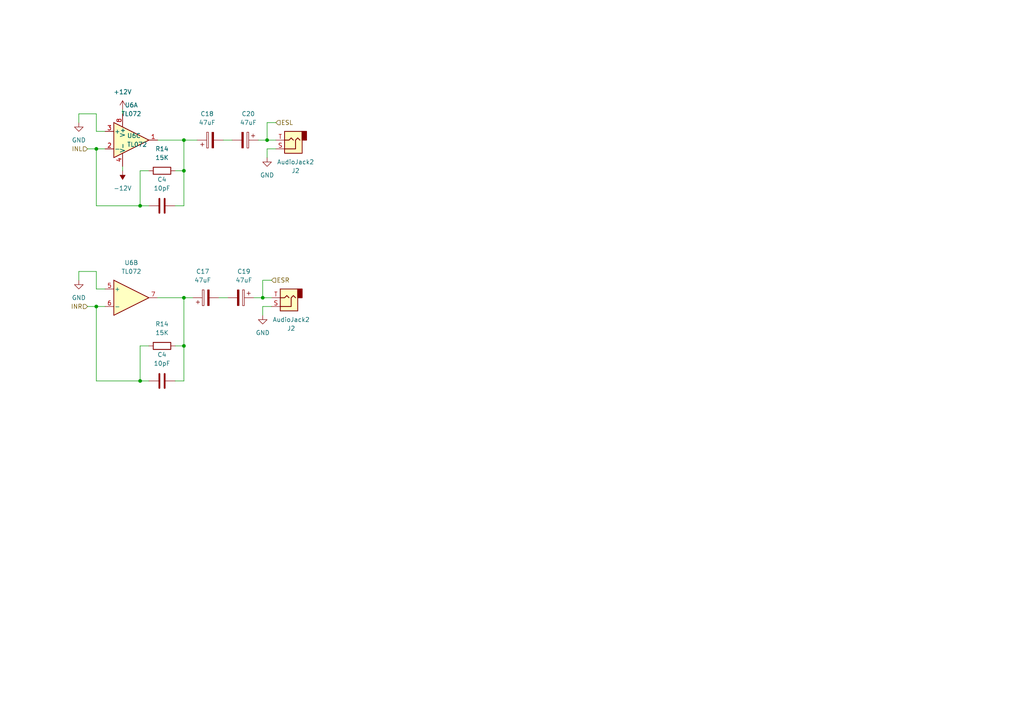
<source format=kicad_sch>
(kicad_sch (version 20230121) (generator eeschema)
  (paper "A4")
  (lib_symbols
    (symbol "Amplifier_Operational:TL072" (pin_names (offset 0.127))
      (property "Reference" "U" (at 0 5.08 0))
      (property "Value" "TL072" (at 0 -5.08 0))
      (symbol "TL072_1_1"
        (polyline (pts (xy -5.08 5.08) (xy 5.08 0) (xy -5.08 -5.08) (xy -5.08 5.08)) (stroke (width 0.254)) (fill (type background)))
        (pin output line (at 7.62 0 180) (length 2.54) (name "~") (number "1"))
        (pin input line (at -7.62 -2.54 0) (length 2.54) (name "-") (number "2"))
        (pin input line (at -7.62 2.54 0) (length 2.54) (name "+") (number "3"))
      )
      (symbol "TL072_2_1"
        (polyline (pts (xy -5.08 5.08) (xy 5.08 0) (xy -5.08 -5.08) (xy -5.08 5.08)) (stroke (width 0.254)) (fill (type background)))
        (pin input line (at -7.62 2.54 0) (length 2.54) (name "+") (number "5"))
        (pin input line (at -7.62 -2.54 0) (length 2.54) (name "-") (number "6"))
        (pin output line (at 7.62 0 180) (length 2.54) (name "~") (number "7"))
      )
      (symbol "TL072_3_1"
        (pin power_in line (at -2.54 -7.62 90) (length 3.81) (name "V-") (number "4"))
        (pin power_in line (at -2.54 7.62 270) (length 3.81) (name "V+") (number "8"))
      )
    )
    (symbol "Connector-github:AudioJack2"
      (property "Reference" "J" (at 0 8.89 0))
      (property "Value" "AudioJack2" (at 0 6.35 0))
      (symbol "AudioJack2_0_1"
        (rectangle (start -3.81 0) (end -2.54 -2.54) (stroke (width 0.254)) (fill (type outline)))
        (rectangle (start -2.54 3.81) (end 2.54 -2.54) (stroke (width 0.254)) (fill (type background)))
        (polyline (pts (xy 0 0) (xy 0.635 -0.635) (xy 1.27 0) (xy 2.54 0)) (stroke (width 0.254)))
        (polyline (pts (xy 2.54 2.54) (xy -0.635 2.54) (xy -0.635 0) (xy -1.27 -0.635) (xy -1.905 0)) (stroke (width 0.254)))
      )
      (symbol "AudioJack2_1_1"
        (pin passive line (at 5.08 2.54 180) (length 2.54) (name "~") (number "S"))
        (pin passive line (at 5.08 0 180) (length 2.54) (name "~") (number "T"))
      )
    )
    (symbol "Device:C" (pin_numbers hide) (pin_names (offset 0.254))
      (property "Reference" "C" (at 0.635 2.54 0))
      (property "Value" "C" (at 0.635 -2.54 0))
      (symbol "C_0_1"
        (polyline (pts (xy -2.032 -0.762) (xy 2.032 -0.762)) (stroke (width 0.508)))
        (polyline (pts (xy -2.032 0.762) (xy 2.032 0.762)) (stroke (width 0.508)))
      )
      (symbol "C_1_1"
        (pin passive line (at 0 3.81 270) (length 2.794) (name "~") (number "1"))
        (pin passive line (at 0 -3.81 90) (length 2.794) (name "~") (number "2"))
      )
    )
    (symbol "Device:C_Polarized" (pin_numbers hide) (pin_names (offset 0.254))
      (property "Reference" "C" (at 0.635 2.54 0))
      (property "Value" "C_Polarized" (at 0.635 -2.54 0))
      (symbol "C_Polarized_0_1"
        (rectangle (start -2.286 0.508) (end 2.286 1.016))
        (polyline (pts (xy -1.778 2.286) (xy -0.762 2.286)))
        (polyline (pts (xy -1.27 2.794) (xy -1.27 1.778)))
        (rectangle (start 2.286 -0.508) (end -2.286 -1.016) (fill (type outline)))
      )
      (symbol "C_Polarized_1_1"
        (pin passive line (at 0 3.81 270) (length 2.794) (name "~") (number "1"))
        (pin passive line (at 0 -3.81 90) (length 2.794) (name "~") (number "2"))
      )
    )
    (symbol "Device:R" (pin_numbers hide) (pin_names (offset 0))
      (property "Reference" "R" (at 2.032 0 90))
      (property "Value" "R" (at 0 0 90))
      (symbol "R_0_1"
        (rectangle (start -1.016 -2.54) (end 1.016 2.54) (stroke (width 0.254)))
      )
      (symbol "R_1_1"
        (pin passive line (at 0 3.81 270) (length 1.27) (name "~") (number "1"))
        (pin passive line (at 0 -3.81 90) (length 1.27) (name "~") (number "2"))
      )
    )
    (symbol "power:+12V" (power) (pin_names (offset 0))
      (property "Value" "+12V" (at 0 3.556 0))
      (symbol "+12V_0_1"
        (polyline (pts (xy -0.762 1.27) (xy 0 2.54)))
        (polyline (pts (xy 0 0) (xy 0 2.54)))
        (polyline (pts (xy 0 2.54) (xy 0.762 1.27)))
      )
      (symbol "+12V_1_1"
        (pin power_in line (at 0 0 90) (length 0) hide (name "+12V") (number "1"))
      )
    )
    (symbol "power:-12V" (power) (pin_names (offset 0))
      (property "Value" "-12V" (at 0 3.81 0))
      (symbol "-12V_0_0"
        (pin power_in line (at 0 0 90) (length 0) hide (name "-12V") (number "1"))
      )
      (symbol "-12V_0_1"
        (polyline (pts (xy 0 0) (xy 0 1.27) (xy 0.762 1.27) (xy 0 2.54) (xy -0.762 1.27) (xy 0 1.27)) (fill (type outline)))
      )
    )
    (symbol "power:GND" (power) (pin_names (offset 0))
      (property "Value" "GND" (at 0 -3.81 0))
      (symbol "GND_0_1"
        (polyline (pts (xy 0 0) (xy 0 -1.27) (xy 1.27 -1.27) (xy 0 -2.54) (xy -1.27 -1.27) (xy 0 -1.27)))
      )
      (symbol "GND_1_1"
        (pin power_in line (at 0 0 270) (length 0) hide (name "GND") (number "1"))
      )
    )
  )
  (junction (at 53.34 86.36))
  (junction (at 53.34 100.33))
  (junction (at 27.94 43.18))
  (junction (at 76.2 86.36))
  (junction (at 40.64 59.69))
  (junction (at 40.64 110.49))
  (junction (at 53.34 49.53))
  (junction (at 53.34 40.64))
  (junction (at 77.47 40.64))
  (junction (at 27.94 88.9))
  (wire (pts (xy 53.34 59.69) (xy 53.34 49.53)))
  (wire (pts (xy 77.47 35.56) (xy 77.47 40.64)))
  (wire (pts (xy 22.86 33.02) (xy 22.86 35.56)))
  (wire (pts (xy 53.34 40.64) (xy 57.15 40.64)))
  (wire (pts (xy 74.93 40.64) (xy 77.47 40.64)))
  (wire (pts (xy 77.47 40.64) (xy 80.01 40.64)))
  (wire (pts (xy 53.34 49.53) (xy 53.34 40.64)))
  (wire (pts (xy 50.8 49.53) (xy 53.34 49.53)))
  (wire (pts (xy 50.8 110.49) (xy 53.34 110.49)))
  (wire (pts (xy 27.94 33.02) (xy 22.86 33.02)))
  (wire (pts (xy 43.18 59.69) (xy 40.64 59.69)))
  (wire (pts (xy 40.64 59.69) (xy 27.94 59.69)))
  (wire (pts (xy 76.2 81.28) (xy 76.2 86.36)))
  (wire (pts (xy 27.94 110.49) (xy 27.94 88.9)))
  (wire (pts (xy 27.94 59.69) (xy 27.94 43.18)))
  (wire (pts (xy 53.34 40.64) (xy 45.72 40.64)))
  (wire (pts (xy 77.47 43.18) (xy 77.47 45.72)))
  (wire (pts (xy 53.34 86.36) (xy 45.72 86.36)))
  (wire (pts (xy 73.66 86.36) (xy 76.2 86.36)))
  (wire (pts (xy 53.34 100.33) (xy 53.34 86.36)))
  (wire (pts (xy 35.56 48.26) (xy 35.56 49.53)))
  (wire (pts (xy 53.34 86.36) (xy 55.88 86.36)))
  (wire (pts (xy 27.94 78.74) (xy 22.86 78.74)))
  (wire (pts (xy 25.4 88.9) (xy 27.94 88.9)))
  (wire (pts (xy 30.48 83.82) (xy 27.94 83.82)))
  (wire (pts (xy 40.64 49.53) (xy 40.64 59.69)))
  (wire (pts (xy 50.8 59.69) (xy 53.34 59.69)))
  (wire (pts (xy 40.64 110.49) (xy 27.94 110.49)))
  (wire (pts (xy 27.94 83.82) (xy 27.94 78.74)))
  (wire (pts (xy 80.01 35.56) (xy 77.47 35.56)))
  (wire (pts (xy 76.2 86.36) (xy 78.74 86.36)))
  (wire (pts (xy 64.77 40.64) (xy 67.31 40.64)))
  (wire (pts (xy 27.94 43.18) (xy 30.48 43.18)))
  (wire (pts (xy 78.74 81.28) (xy 76.2 81.28)))
  (wire (pts (xy 63.5 86.36) (xy 66.04 86.36)))
  (wire (pts (xy 76.2 88.9) (xy 76.2 91.44)))
  (wire (pts (xy 27.94 38.1) (xy 27.94 33.02)))
  (wire (pts (xy 43.18 110.49) (xy 40.64 110.49)))
  (wire (pts (xy 50.8 100.33) (xy 53.34 100.33)))
  (wire (pts (xy 25.4 43.18) (xy 27.94 43.18)))
  (wire (pts (xy 53.34 110.49) (xy 53.34 100.33)))
  (wire (pts (xy 40.64 100.33) (xy 40.64 110.49)))
  (wire (pts (xy 27.94 88.9) (xy 30.48 88.9)))
  (wire (pts (xy 43.18 100.33) (xy 40.64 100.33)))
  (wire (pts (xy 30.48 38.1) (xy 27.94 38.1)))
  (wire (pts (xy 80.01 43.18) (xy 77.47 43.18)))
  (wire (pts (xy 22.86 78.74) (xy 22.86 81.28)))
  (wire (pts (xy 35.56 31.75) (xy 35.56 33.02)))
  (wire (pts (xy 78.74 88.9) (xy 76.2 88.9)))
  (wire (pts (xy 43.18 49.53) (xy 40.64 49.53)))
  (hierarchical_label "INL" (shape input) (at 25.4 43.18 180))
  (hierarchical_label "ESR" (shape input) (at 78.74 81.28 0))
  (hierarchical_label "INR" (shape input) (at 25.4 88.9 180))
  (hierarchical_label "ESL" (shape input) (at 80.01 35.56 0))
  (symbol (lib_id "Amplifier_Operational:TL072") (at 38.1 40.64 0) (unit 1)
    (property "Reference" "U6" (at 38.1 30.48 0))
    (property "Value" "TL072" (at 38.1 33.02 0))
    (property "Footprint" "Package_DIP:DIP-8_W7.62mm_Socket_LongPads" (effects hide))
    (property "Datasheet" "http://www.ti.com/lit/ds/symlink/tl071.pdf" (effects hide))
    (instances (project "Mixer" (path "" (reference "U6") (unit 1)) (path "" (reference "U7") (unit 1))))
  )
  (symbol (lib_id "Device:R") (at 46.99 49.53 90) (unit 1)
    (property "Reference" "R14" (at 46.99 43.18 90))
    (property "Value" "15K" (at 46.99 45.72 90))
    (property "Footprint" "Library:R_Axial_DIN0207_L6.3mm_D2.5mm_P7.62mm_Horizontal" (effects hide))
    (instances (project "Mixer" (path "" (reference "R14") (unit 1)) (path "" (reference "R4") (unit 1)) (path "" (reference "R24") (unit 1)) (path "" (reference "R34") (unit 1)) (path "" (reference "R51") (unit 1)) (path "" (reference "R53") (unit 1))))
  )
  (symbol (lib_id "Device:C_Polarized") (at 59.69 86.36 90) (unit 1)
    (property "Reference" "C17" (at 58.801 78.74 90))
    (property "Value" "47uF" (at 58.801 81.28 90))
    (property "Footprint" "Capacitor_THT:CP_Radial_D6.3mm_P2.50mm" (effects hide))
    (instances (project "Mixer" (path "" (reference "C17") (unit 1)) (path "" (reference "C23") (unit 1))))
  )
  (symbol (lib_id "Amplifier_Operational:TL072") (at 38.1 86.36 0) (unit 2)
    (property "Reference" "U6" (at 38.1 76.2 0))
    (property "Value" "TL072" (at 38.1 78.74 0))
    (property "Footprint" "Package_DIP:DIP-8_W7.62mm_Socket_LongPads" (effects hide))
    (property "Datasheet" "http://www.ti.com/lit/ds/symlink/tl071.pdf" (effects hide))
    (instances (project "Mixer" (path "" (reference "U6") (unit 2)) (path "" (reference "U7") (unit 2))))
  )
  (symbol (lib_id "Device:C_Polarized") (at 60.96 40.64 90) (unit 1)
    (property "Reference" "C18" (at 60.071 33.02 90))
    (property "Value" "47uF" (at 60.071 35.56 90))
    (property "Footprint" "Capacitor_THT:CP_Radial_D6.3mm_P2.50mm" (effects hide))
    (instances (project "Mixer" (path "" (reference "C18") (unit 1)) (path "" (reference "C24") (unit 1))))
  )
  (symbol (lib_id "Device:C") (at 46.99 110.49 90) (unit 1)
    (property "Reference" "C4" (at 46.99 102.87 90))
    (property "Value" "10pF" (at 46.99 105.41 90))
    (property "Footprint" "Capacitor_THT:C_Disc_D5.0mm_W2.5mm_P2.50mm" (effects hide))
    (instances (project "Mixer" (path "" (reference "C4") (unit 1)) (path "" (reference "C2") (unit 1)) (path "" (reference "C6") (unit 1)) (path "" (reference "C8") (unit 1)) (path "" (reference "C16") (unit 1)) (path "" (reference "C22") (unit 1))))
  )
  (symbol (lib_id "power:GND") (at 77.47 45.72 0) (unit 1)
    (property "Reference" "#PWR056" (effects hide))
    (property "Value" "GND" (at 77.47 50.8 0))
    (instances (project "Mixer" (path "" (reference "#PWR056") (unit 1)) (path "" (reference "#PWR062") (unit 1))))
  )
  (symbol (lib_id "power:GND") (at 22.86 35.56 0) (unit 1)
    (property "Reference" "#PWR051" (effects hide))
    (property "Value" "GND" (at 22.86 40.64 0))
    (instances (project "Mixer" (path "" (reference "#PWR051") (unit 1)) (path "" (reference "#PWR057") (unit 1))))
  )
  (symbol (lib_id "Connector-github:AudioJack2") (at 85.09 40.64 180) (unit 1) (on_board no)
    (property "Reference" "J2" (at 85.725 49.53 0))
    (property "Value" "AudioJack2" (at 85.725 46.99 0))
    (instances (project "Mixer" (path "" (reference "J2") (unit 1)) (path "" (reference "J1") (unit 1)) (path "" (reference "J3") (unit 1)) (path "" (reference "J4") (unit 1)) (path "" (reference "J7") (unit 1)) (path "" (reference "J5") (unit 1)) (path "" (reference "J16") (unit 1)) (path "" (reference "J18") (unit 1))))
  )
  (symbol (lib_id "power:GND") (at 76.2 91.44 0) (unit 1)
    (property "Reference" "#PWR055" (effects hide))
    (property "Value" "GND" (at 76.2 96.52 0))
    (instances (project "Mixer" (path "" (reference "#PWR055") (unit 1)) (path "" (reference "#PWR061") (unit 1))))
  )
  (symbol (lib_id "Device:C_Polarized") (at 71.12 40.64 270) (unit 1)
    (property "Reference" "C20" (at 72.009 33.02 90))
    (property "Value" "47uF" (at 72.009 35.56 90))
    (property "Footprint" "Capacitor_THT:CP_Radial_D6.3mm_P2.50mm" (effects hide))
    (instances (project "Mixer" (path "" (reference "C20") (unit 1)) (path "" (reference "C26") (unit 1))))
  )
  (symbol (lib_id "power:+12V") (at 35.56 31.75 0) (unit 1)
    (property "Reference" "#PWR053" (effects hide))
    (property "Value" "+12V" (at 35.56 26.67 0))
    (instances (project "Mixer" (path "" (reference "#PWR053") (unit 1)) (path "" (reference "#PWR059") (unit 1))))
  )
  (symbol (lib_id "Device:C") (at 46.99 59.69 90) (unit 1)
    (property "Reference" "C4" (at 46.99 52.07 90))
    (property "Value" "10pF" (at 46.99 54.61 90))
    (property "Footprint" "Capacitor_THT:C_Disc_D5.0mm_W2.5mm_P2.50mm" (effects hide))
    (instances (project "Mixer" (path "" (reference "C4") (unit 1)) (path "" (reference "C2") (unit 1)) (path "" (reference "C6") (unit 1)) (path "" (reference "C8") (unit 1)) (path "" (reference "C15") (unit 1)) (path "" (reference "C21") (unit 1))))
  )
  (symbol (lib_id "power:GND") (at 22.86 81.28 0) (unit 1)
    (property "Reference" "#PWR052" (effects hide))
    (property "Value" "GND" (at 22.86 86.36 0))
    (instances (project "Mixer" (path "" (reference "#PWR052") (unit 1)) (path "" (reference "#PWR058") (unit 1))))
  )
  (symbol (lib_id "Connector-github:AudioJack2") (at 83.82 86.36 180) (unit 1) (on_board no)
    (property "Reference" "J2" (at 84.455 95.25 0))
    (property "Value" "AudioJack2" (at 84.455 92.71 0))
    (instances (project "Mixer" (path "" (reference "J2") (unit 1)) (path "" (reference "J1") (unit 1)) (path "" (reference "J3") (unit 1)) (path "" (reference "J4") (unit 1)) (path "" (reference "J7") (unit 1)) (path "" (reference "J5") (unit 1)) (path "" (reference "J15") (unit 1)) (path "" (reference "J17") (unit 1))))
  )
  (symbol (lib_id "Amplifier_Operational:TL072") (at 38.1 40.64 0) (unit 3)
    (property "Reference" "U6" (at 36.83 39.37 0) (effects (justify left)))
    (property "Value" "TL072" (at 36.83 41.91 0) (effects (justify left)))
    (property "Footprint" "Package_DIP:DIP-8_W7.62mm_Socket_LongPads" (effects hide))
    (property "Datasheet" "http://www.ti.com/lit/ds/symlink/tl071.pdf" (effects hide))
    (instances (project "Mixer" (path "" (reference "U6") (unit 3)) (path "" (reference "U7") (unit 3))))
  )
  (symbol (lib_id "Device:C_Polarized") (at 69.85 86.36 270) (unit 1)
    (property "Reference" "C19" (at 70.739 78.74 90))
    (property "Value" "47uF" (at 70.739 81.28 90))
    (property "Footprint" "Capacitor_THT:CP_Radial_D6.3mm_P2.50mm" (effects hide))
    (instances (project "Mixer" (path "" (reference "C19") (unit 1)) (path "" (reference "C25") (unit 1))))
  )
  (symbol (lib_id "power:-12V") (at 35.56 49.53 180) (unit 1)
    (property "Reference" "#PWR054" (effects hide))
    (property "Value" "-12V" (at 35.56 54.61 0))
    (instances (project "Mixer" (path "" (reference "#PWR054") (unit 1)) (path "" (reference "#PWR060") (unit 1))))
  )
  (symbol (lib_id "Device:R") (at 46.99 100.33 90) (unit 1)
    (property "Reference" "R14" (at 46.99 93.98 90))
    (property "Value" "15K" (at 46.99 96.52 90))
    (property "Footprint" "Library:R_Axial_DIN0207_L6.3mm_D2.5mm_P7.62mm_Horizontal" (effects hide))
    (instances (project "Mixer" (path "" (reference "R14") (unit 1)) (path "" (reference "R4") (unit 1)) (path "" (reference "R24") (unit 1)) (path "" (reference "R34") (unit 1)) (path "" (reference "R52") (unit 1)) (path "" (reference "R54") (unit 1))))
  )
)
</source>
